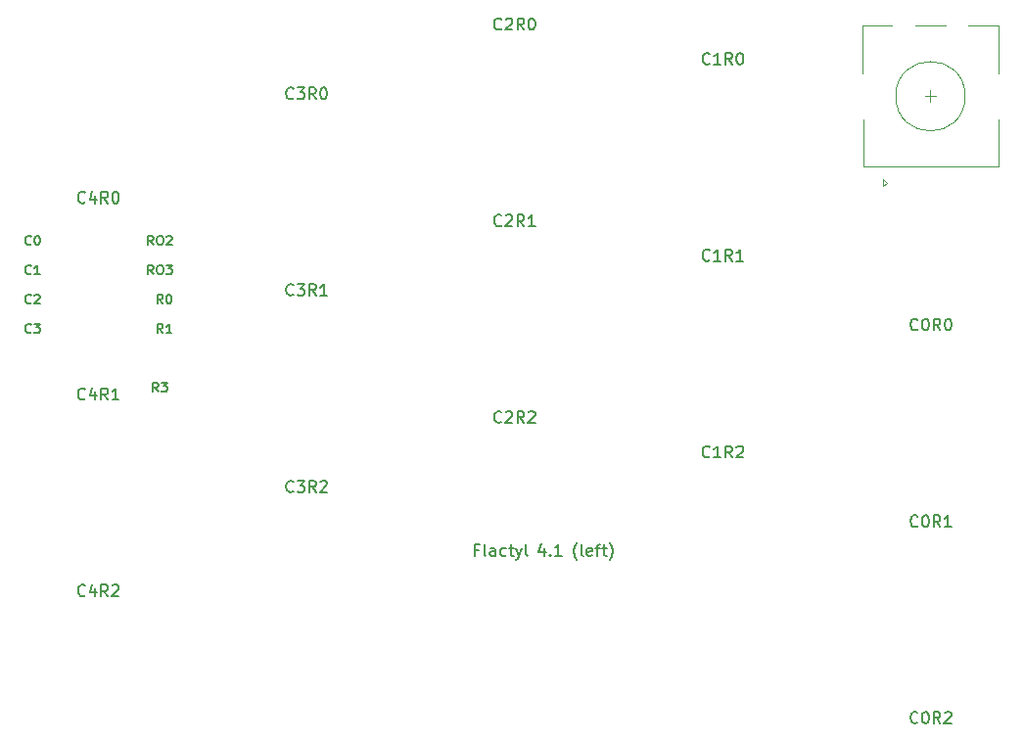
<source format=gbr>
%TF.GenerationSoftware,KiCad,Pcbnew,(7.0.0-0)*%
%TF.CreationDate,2023-02-22T17:52:08+08:00*%
%TF.ProjectId,right,72696768-742e-46b6-9963-61645f706362,v1.0.0*%
%TF.SameCoordinates,Original*%
%TF.FileFunction,Legend,Top*%
%TF.FilePolarity,Positive*%
%FSLAX46Y46*%
G04 Gerber Fmt 4.6, Leading zero omitted, Abs format (unit mm)*
G04 Created by KiCad (PCBNEW (7.0.0-0)) date 2023-02-22 17:52:08*
%MOMM*%
%LPD*%
G01*
G04 APERTURE LIST*
%ADD10C,0.150000*%
%ADD11C,0.120000*%
G04 APERTURE END LIST*
D10*
%TO.C,S1*%
X70857142Y19727857D02*
X70809523Y19680238D01*
X70809523Y19680238D02*
X70666666Y19632619D01*
X70666666Y19632619D02*
X70571428Y19632619D01*
X70571428Y19632619D02*
X70428571Y19680238D01*
X70428571Y19680238D02*
X70333333Y19775476D01*
X70333333Y19775476D02*
X70285714Y19870714D01*
X70285714Y19870714D02*
X70238095Y20061190D01*
X70238095Y20061190D02*
X70238095Y20204047D01*
X70238095Y20204047D02*
X70285714Y20394523D01*
X70285714Y20394523D02*
X70333333Y20489761D01*
X70333333Y20489761D02*
X70428571Y20585000D01*
X70428571Y20585000D02*
X70571428Y20632619D01*
X70571428Y20632619D02*
X70666666Y20632619D01*
X70666666Y20632619D02*
X70809523Y20585000D01*
X70809523Y20585000D02*
X70857142Y20537380D01*
X71476190Y20632619D02*
X71571428Y20632619D01*
X71571428Y20632619D02*
X71666666Y20585000D01*
X71666666Y20585000D02*
X71714285Y20537380D01*
X71714285Y20537380D02*
X71761904Y20442142D01*
X71761904Y20442142D02*
X71809523Y20251666D01*
X71809523Y20251666D02*
X71809523Y20013571D01*
X71809523Y20013571D02*
X71761904Y19823095D01*
X71761904Y19823095D02*
X71714285Y19727857D01*
X71714285Y19727857D02*
X71666666Y19680238D01*
X71666666Y19680238D02*
X71571428Y19632619D01*
X71571428Y19632619D02*
X71476190Y19632619D01*
X71476190Y19632619D02*
X71380952Y19680238D01*
X71380952Y19680238D02*
X71333333Y19727857D01*
X71333333Y19727857D02*
X71285714Y19823095D01*
X71285714Y19823095D02*
X71238095Y20013571D01*
X71238095Y20013571D02*
X71238095Y20251666D01*
X71238095Y20251666D02*
X71285714Y20442142D01*
X71285714Y20442142D02*
X71333333Y20537380D01*
X71333333Y20537380D02*
X71380952Y20585000D01*
X71380952Y20585000D02*
X71476190Y20632619D01*
X72809523Y19632619D02*
X72476190Y20108809D01*
X72238095Y19632619D02*
X72238095Y20632619D01*
X72238095Y20632619D02*
X72619047Y20632619D01*
X72619047Y20632619D02*
X72714285Y20585000D01*
X72714285Y20585000D02*
X72761904Y20537380D01*
X72761904Y20537380D02*
X72809523Y20442142D01*
X72809523Y20442142D02*
X72809523Y20299285D01*
X72809523Y20299285D02*
X72761904Y20204047D01*
X72761904Y20204047D02*
X72714285Y20156428D01*
X72714285Y20156428D02*
X72619047Y20108809D01*
X72619047Y20108809D02*
X72238095Y20108809D01*
X73428571Y20632619D02*
X73523809Y20632619D01*
X73523809Y20632619D02*
X73619047Y20585000D01*
X73619047Y20585000D02*
X73666666Y20537380D01*
X73666666Y20537380D02*
X73714285Y20442142D01*
X73714285Y20442142D02*
X73761904Y20251666D01*
X73761904Y20251666D02*
X73761904Y20013571D01*
X73761904Y20013571D02*
X73714285Y19823095D01*
X73714285Y19823095D02*
X73666666Y19727857D01*
X73666666Y19727857D02*
X73619047Y19680238D01*
X73619047Y19680238D02*
X73523809Y19632619D01*
X73523809Y19632619D02*
X73428571Y19632619D01*
X73428571Y19632619D02*
X73333333Y19680238D01*
X73333333Y19680238D02*
X73285714Y19727857D01*
X73285714Y19727857D02*
X73238095Y19823095D01*
X73238095Y19823095D02*
X73190476Y20013571D01*
X73190476Y20013571D02*
X73190476Y20251666D01*
X73190476Y20251666D02*
X73238095Y20442142D01*
X73238095Y20442142D02*
X73285714Y20537380D01*
X73285714Y20537380D02*
X73333333Y20585000D01*
X73333333Y20585000D02*
X73428571Y20632619D01*
%TO.C,S2*%
X70857142Y2727857D02*
X70809523Y2680238D01*
X70809523Y2680238D02*
X70666666Y2632619D01*
X70666666Y2632619D02*
X70571428Y2632619D01*
X70571428Y2632619D02*
X70428571Y2680238D01*
X70428571Y2680238D02*
X70333333Y2775476D01*
X70333333Y2775476D02*
X70285714Y2870714D01*
X70285714Y2870714D02*
X70238095Y3061190D01*
X70238095Y3061190D02*
X70238095Y3204047D01*
X70238095Y3204047D02*
X70285714Y3394523D01*
X70285714Y3394523D02*
X70333333Y3489761D01*
X70333333Y3489761D02*
X70428571Y3585000D01*
X70428571Y3585000D02*
X70571428Y3632619D01*
X70571428Y3632619D02*
X70666666Y3632619D01*
X70666666Y3632619D02*
X70809523Y3585000D01*
X70809523Y3585000D02*
X70857142Y3537380D01*
X71476190Y3632619D02*
X71571428Y3632619D01*
X71571428Y3632619D02*
X71666666Y3585000D01*
X71666666Y3585000D02*
X71714285Y3537380D01*
X71714285Y3537380D02*
X71761904Y3442142D01*
X71761904Y3442142D02*
X71809523Y3251666D01*
X71809523Y3251666D02*
X71809523Y3013571D01*
X71809523Y3013571D02*
X71761904Y2823095D01*
X71761904Y2823095D02*
X71714285Y2727857D01*
X71714285Y2727857D02*
X71666666Y2680238D01*
X71666666Y2680238D02*
X71571428Y2632619D01*
X71571428Y2632619D02*
X71476190Y2632619D01*
X71476190Y2632619D02*
X71380952Y2680238D01*
X71380952Y2680238D02*
X71333333Y2727857D01*
X71333333Y2727857D02*
X71285714Y2823095D01*
X71285714Y2823095D02*
X71238095Y3013571D01*
X71238095Y3013571D02*
X71238095Y3251666D01*
X71238095Y3251666D02*
X71285714Y3442142D01*
X71285714Y3442142D02*
X71333333Y3537380D01*
X71333333Y3537380D02*
X71380952Y3585000D01*
X71380952Y3585000D02*
X71476190Y3632619D01*
X72809523Y2632619D02*
X72476190Y3108809D01*
X72238095Y2632619D02*
X72238095Y3632619D01*
X72238095Y3632619D02*
X72619047Y3632619D01*
X72619047Y3632619D02*
X72714285Y3585000D01*
X72714285Y3585000D02*
X72761904Y3537380D01*
X72761904Y3537380D02*
X72809523Y3442142D01*
X72809523Y3442142D02*
X72809523Y3299285D01*
X72809523Y3299285D02*
X72761904Y3204047D01*
X72761904Y3204047D02*
X72714285Y3156428D01*
X72714285Y3156428D02*
X72619047Y3108809D01*
X72619047Y3108809D02*
X72238095Y3108809D01*
X73761904Y2632619D02*
X73190476Y2632619D01*
X73476190Y2632619D02*
X73476190Y3632619D01*
X73476190Y3632619D02*
X73380952Y3489761D01*
X73380952Y3489761D02*
X73285714Y3394523D01*
X73285714Y3394523D02*
X73190476Y3346904D01*
%TO.C,S3*%
X70857142Y-14272142D02*
X70809523Y-14319761D01*
X70809523Y-14319761D02*
X70666666Y-14367380D01*
X70666666Y-14367380D02*
X70571428Y-14367380D01*
X70571428Y-14367380D02*
X70428571Y-14319761D01*
X70428571Y-14319761D02*
X70333333Y-14224523D01*
X70333333Y-14224523D02*
X70285714Y-14129285D01*
X70285714Y-14129285D02*
X70238095Y-13938809D01*
X70238095Y-13938809D02*
X70238095Y-13795952D01*
X70238095Y-13795952D02*
X70285714Y-13605476D01*
X70285714Y-13605476D02*
X70333333Y-13510238D01*
X70333333Y-13510238D02*
X70428571Y-13415000D01*
X70428571Y-13415000D02*
X70571428Y-13367380D01*
X70571428Y-13367380D02*
X70666666Y-13367380D01*
X70666666Y-13367380D02*
X70809523Y-13415000D01*
X70809523Y-13415000D02*
X70857142Y-13462619D01*
X71476190Y-13367380D02*
X71571428Y-13367380D01*
X71571428Y-13367380D02*
X71666666Y-13415000D01*
X71666666Y-13415000D02*
X71714285Y-13462619D01*
X71714285Y-13462619D02*
X71761904Y-13557857D01*
X71761904Y-13557857D02*
X71809523Y-13748333D01*
X71809523Y-13748333D02*
X71809523Y-13986428D01*
X71809523Y-13986428D02*
X71761904Y-14176904D01*
X71761904Y-14176904D02*
X71714285Y-14272142D01*
X71714285Y-14272142D02*
X71666666Y-14319761D01*
X71666666Y-14319761D02*
X71571428Y-14367380D01*
X71571428Y-14367380D02*
X71476190Y-14367380D01*
X71476190Y-14367380D02*
X71380952Y-14319761D01*
X71380952Y-14319761D02*
X71333333Y-14272142D01*
X71333333Y-14272142D02*
X71285714Y-14176904D01*
X71285714Y-14176904D02*
X71238095Y-13986428D01*
X71238095Y-13986428D02*
X71238095Y-13748333D01*
X71238095Y-13748333D02*
X71285714Y-13557857D01*
X71285714Y-13557857D02*
X71333333Y-13462619D01*
X71333333Y-13462619D02*
X71380952Y-13415000D01*
X71380952Y-13415000D02*
X71476190Y-13367380D01*
X72809523Y-14367380D02*
X72476190Y-13891190D01*
X72238095Y-14367380D02*
X72238095Y-13367380D01*
X72238095Y-13367380D02*
X72619047Y-13367380D01*
X72619047Y-13367380D02*
X72714285Y-13415000D01*
X72714285Y-13415000D02*
X72761904Y-13462619D01*
X72761904Y-13462619D02*
X72809523Y-13557857D01*
X72809523Y-13557857D02*
X72809523Y-13700714D01*
X72809523Y-13700714D02*
X72761904Y-13795952D01*
X72761904Y-13795952D02*
X72714285Y-13843571D01*
X72714285Y-13843571D02*
X72619047Y-13891190D01*
X72619047Y-13891190D02*
X72238095Y-13891190D01*
X73190476Y-13462619D02*
X73238095Y-13415000D01*
X73238095Y-13415000D02*
X73333333Y-13367380D01*
X73333333Y-13367380D02*
X73571428Y-13367380D01*
X73571428Y-13367380D02*
X73666666Y-13415000D01*
X73666666Y-13415000D02*
X73714285Y-13462619D01*
X73714285Y-13462619D02*
X73761904Y-13557857D01*
X73761904Y-13557857D02*
X73761904Y-13653095D01*
X73761904Y-13653095D02*
X73714285Y-13795952D01*
X73714285Y-13795952D02*
X73142857Y-14367380D01*
X73142857Y-14367380D02*
X73761904Y-14367380D01*
%TO.C,S4*%
X52857142Y42727857D02*
X52809523Y42680238D01*
X52809523Y42680238D02*
X52666666Y42632619D01*
X52666666Y42632619D02*
X52571428Y42632619D01*
X52571428Y42632619D02*
X52428571Y42680238D01*
X52428571Y42680238D02*
X52333333Y42775476D01*
X52333333Y42775476D02*
X52285714Y42870714D01*
X52285714Y42870714D02*
X52238095Y43061190D01*
X52238095Y43061190D02*
X52238095Y43204047D01*
X52238095Y43204047D02*
X52285714Y43394523D01*
X52285714Y43394523D02*
X52333333Y43489761D01*
X52333333Y43489761D02*
X52428571Y43585000D01*
X52428571Y43585000D02*
X52571428Y43632619D01*
X52571428Y43632619D02*
X52666666Y43632619D01*
X52666666Y43632619D02*
X52809523Y43585000D01*
X52809523Y43585000D02*
X52857142Y43537380D01*
X53809523Y42632619D02*
X53238095Y42632619D01*
X53523809Y42632619D02*
X53523809Y43632619D01*
X53523809Y43632619D02*
X53428571Y43489761D01*
X53428571Y43489761D02*
X53333333Y43394523D01*
X53333333Y43394523D02*
X53238095Y43346904D01*
X54809523Y42632619D02*
X54476190Y43108809D01*
X54238095Y42632619D02*
X54238095Y43632619D01*
X54238095Y43632619D02*
X54619047Y43632619D01*
X54619047Y43632619D02*
X54714285Y43585000D01*
X54714285Y43585000D02*
X54761904Y43537380D01*
X54761904Y43537380D02*
X54809523Y43442142D01*
X54809523Y43442142D02*
X54809523Y43299285D01*
X54809523Y43299285D02*
X54761904Y43204047D01*
X54761904Y43204047D02*
X54714285Y43156428D01*
X54714285Y43156428D02*
X54619047Y43108809D01*
X54619047Y43108809D02*
X54238095Y43108809D01*
X55428571Y43632619D02*
X55523809Y43632619D01*
X55523809Y43632619D02*
X55619047Y43585000D01*
X55619047Y43585000D02*
X55666666Y43537380D01*
X55666666Y43537380D02*
X55714285Y43442142D01*
X55714285Y43442142D02*
X55761904Y43251666D01*
X55761904Y43251666D02*
X55761904Y43013571D01*
X55761904Y43013571D02*
X55714285Y42823095D01*
X55714285Y42823095D02*
X55666666Y42727857D01*
X55666666Y42727857D02*
X55619047Y42680238D01*
X55619047Y42680238D02*
X55523809Y42632619D01*
X55523809Y42632619D02*
X55428571Y42632619D01*
X55428571Y42632619D02*
X55333333Y42680238D01*
X55333333Y42680238D02*
X55285714Y42727857D01*
X55285714Y42727857D02*
X55238095Y42823095D01*
X55238095Y42823095D02*
X55190476Y43013571D01*
X55190476Y43013571D02*
X55190476Y43251666D01*
X55190476Y43251666D02*
X55238095Y43442142D01*
X55238095Y43442142D02*
X55285714Y43537380D01*
X55285714Y43537380D02*
X55333333Y43585000D01*
X55333333Y43585000D02*
X55428571Y43632619D01*
%TO.C,S5*%
X52857142Y25727857D02*
X52809523Y25680238D01*
X52809523Y25680238D02*
X52666666Y25632619D01*
X52666666Y25632619D02*
X52571428Y25632619D01*
X52571428Y25632619D02*
X52428571Y25680238D01*
X52428571Y25680238D02*
X52333333Y25775476D01*
X52333333Y25775476D02*
X52285714Y25870714D01*
X52285714Y25870714D02*
X52238095Y26061190D01*
X52238095Y26061190D02*
X52238095Y26204047D01*
X52238095Y26204047D02*
X52285714Y26394523D01*
X52285714Y26394523D02*
X52333333Y26489761D01*
X52333333Y26489761D02*
X52428571Y26585000D01*
X52428571Y26585000D02*
X52571428Y26632619D01*
X52571428Y26632619D02*
X52666666Y26632619D01*
X52666666Y26632619D02*
X52809523Y26585000D01*
X52809523Y26585000D02*
X52857142Y26537380D01*
X53809523Y25632619D02*
X53238095Y25632619D01*
X53523809Y25632619D02*
X53523809Y26632619D01*
X53523809Y26632619D02*
X53428571Y26489761D01*
X53428571Y26489761D02*
X53333333Y26394523D01*
X53333333Y26394523D02*
X53238095Y26346904D01*
X54809523Y25632619D02*
X54476190Y26108809D01*
X54238095Y25632619D02*
X54238095Y26632619D01*
X54238095Y26632619D02*
X54619047Y26632619D01*
X54619047Y26632619D02*
X54714285Y26585000D01*
X54714285Y26585000D02*
X54761904Y26537380D01*
X54761904Y26537380D02*
X54809523Y26442142D01*
X54809523Y26442142D02*
X54809523Y26299285D01*
X54809523Y26299285D02*
X54761904Y26204047D01*
X54761904Y26204047D02*
X54714285Y26156428D01*
X54714285Y26156428D02*
X54619047Y26108809D01*
X54619047Y26108809D02*
X54238095Y26108809D01*
X55761904Y25632619D02*
X55190476Y25632619D01*
X55476190Y25632619D02*
X55476190Y26632619D01*
X55476190Y26632619D02*
X55380952Y26489761D01*
X55380952Y26489761D02*
X55285714Y26394523D01*
X55285714Y26394523D02*
X55190476Y26346904D01*
%TO.C,S6*%
X52857142Y8727857D02*
X52809523Y8680238D01*
X52809523Y8680238D02*
X52666666Y8632619D01*
X52666666Y8632619D02*
X52571428Y8632619D01*
X52571428Y8632619D02*
X52428571Y8680238D01*
X52428571Y8680238D02*
X52333333Y8775476D01*
X52333333Y8775476D02*
X52285714Y8870714D01*
X52285714Y8870714D02*
X52238095Y9061190D01*
X52238095Y9061190D02*
X52238095Y9204047D01*
X52238095Y9204047D02*
X52285714Y9394523D01*
X52285714Y9394523D02*
X52333333Y9489761D01*
X52333333Y9489761D02*
X52428571Y9585000D01*
X52428571Y9585000D02*
X52571428Y9632619D01*
X52571428Y9632619D02*
X52666666Y9632619D01*
X52666666Y9632619D02*
X52809523Y9585000D01*
X52809523Y9585000D02*
X52857142Y9537380D01*
X53809523Y8632619D02*
X53238095Y8632619D01*
X53523809Y8632619D02*
X53523809Y9632619D01*
X53523809Y9632619D02*
X53428571Y9489761D01*
X53428571Y9489761D02*
X53333333Y9394523D01*
X53333333Y9394523D02*
X53238095Y9346904D01*
X54809523Y8632619D02*
X54476190Y9108809D01*
X54238095Y8632619D02*
X54238095Y9632619D01*
X54238095Y9632619D02*
X54619047Y9632619D01*
X54619047Y9632619D02*
X54714285Y9585000D01*
X54714285Y9585000D02*
X54761904Y9537380D01*
X54761904Y9537380D02*
X54809523Y9442142D01*
X54809523Y9442142D02*
X54809523Y9299285D01*
X54809523Y9299285D02*
X54761904Y9204047D01*
X54761904Y9204047D02*
X54714285Y9156428D01*
X54714285Y9156428D02*
X54619047Y9108809D01*
X54619047Y9108809D02*
X54238095Y9108809D01*
X55190476Y9537380D02*
X55238095Y9585000D01*
X55238095Y9585000D02*
X55333333Y9632619D01*
X55333333Y9632619D02*
X55571428Y9632619D01*
X55571428Y9632619D02*
X55666666Y9585000D01*
X55666666Y9585000D02*
X55714285Y9537380D01*
X55714285Y9537380D02*
X55761904Y9442142D01*
X55761904Y9442142D02*
X55761904Y9346904D01*
X55761904Y9346904D02*
X55714285Y9204047D01*
X55714285Y9204047D02*
X55142857Y8632619D01*
X55142857Y8632619D02*
X55761904Y8632619D01*
%TO.C,S7*%
X34857142Y45727857D02*
X34809523Y45680238D01*
X34809523Y45680238D02*
X34666666Y45632619D01*
X34666666Y45632619D02*
X34571428Y45632619D01*
X34571428Y45632619D02*
X34428571Y45680238D01*
X34428571Y45680238D02*
X34333333Y45775476D01*
X34333333Y45775476D02*
X34285714Y45870714D01*
X34285714Y45870714D02*
X34238095Y46061190D01*
X34238095Y46061190D02*
X34238095Y46204047D01*
X34238095Y46204047D02*
X34285714Y46394523D01*
X34285714Y46394523D02*
X34333333Y46489761D01*
X34333333Y46489761D02*
X34428571Y46585000D01*
X34428571Y46585000D02*
X34571428Y46632619D01*
X34571428Y46632619D02*
X34666666Y46632619D01*
X34666666Y46632619D02*
X34809523Y46585000D01*
X34809523Y46585000D02*
X34857142Y46537380D01*
X35238095Y46537380D02*
X35285714Y46585000D01*
X35285714Y46585000D02*
X35380952Y46632619D01*
X35380952Y46632619D02*
X35619047Y46632619D01*
X35619047Y46632619D02*
X35714285Y46585000D01*
X35714285Y46585000D02*
X35761904Y46537380D01*
X35761904Y46537380D02*
X35809523Y46442142D01*
X35809523Y46442142D02*
X35809523Y46346904D01*
X35809523Y46346904D02*
X35761904Y46204047D01*
X35761904Y46204047D02*
X35190476Y45632619D01*
X35190476Y45632619D02*
X35809523Y45632619D01*
X36809523Y45632619D02*
X36476190Y46108809D01*
X36238095Y45632619D02*
X36238095Y46632619D01*
X36238095Y46632619D02*
X36619047Y46632619D01*
X36619047Y46632619D02*
X36714285Y46585000D01*
X36714285Y46585000D02*
X36761904Y46537380D01*
X36761904Y46537380D02*
X36809523Y46442142D01*
X36809523Y46442142D02*
X36809523Y46299285D01*
X36809523Y46299285D02*
X36761904Y46204047D01*
X36761904Y46204047D02*
X36714285Y46156428D01*
X36714285Y46156428D02*
X36619047Y46108809D01*
X36619047Y46108809D02*
X36238095Y46108809D01*
X37428571Y46632619D02*
X37523809Y46632619D01*
X37523809Y46632619D02*
X37619047Y46585000D01*
X37619047Y46585000D02*
X37666666Y46537380D01*
X37666666Y46537380D02*
X37714285Y46442142D01*
X37714285Y46442142D02*
X37761904Y46251666D01*
X37761904Y46251666D02*
X37761904Y46013571D01*
X37761904Y46013571D02*
X37714285Y45823095D01*
X37714285Y45823095D02*
X37666666Y45727857D01*
X37666666Y45727857D02*
X37619047Y45680238D01*
X37619047Y45680238D02*
X37523809Y45632619D01*
X37523809Y45632619D02*
X37428571Y45632619D01*
X37428571Y45632619D02*
X37333333Y45680238D01*
X37333333Y45680238D02*
X37285714Y45727857D01*
X37285714Y45727857D02*
X37238095Y45823095D01*
X37238095Y45823095D02*
X37190476Y46013571D01*
X37190476Y46013571D02*
X37190476Y46251666D01*
X37190476Y46251666D02*
X37238095Y46442142D01*
X37238095Y46442142D02*
X37285714Y46537380D01*
X37285714Y46537380D02*
X37333333Y46585000D01*
X37333333Y46585000D02*
X37428571Y46632619D01*
%TO.C,S8*%
X34857142Y28727857D02*
X34809523Y28680238D01*
X34809523Y28680238D02*
X34666666Y28632619D01*
X34666666Y28632619D02*
X34571428Y28632619D01*
X34571428Y28632619D02*
X34428571Y28680238D01*
X34428571Y28680238D02*
X34333333Y28775476D01*
X34333333Y28775476D02*
X34285714Y28870714D01*
X34285714Y28870714D02*
X34238095Y29061190D01*
X34238095Y29061190D02*
X34238095Y29204047D01*
X34238095Y29204047D02*
X34285714Y29394523D01*
X34285714Y29394523D02*
X34333333Y29489761D01*
X34333333Y29489761D02*
X34428571Y29585000D01*
X34428571Y29585000D02*
X34571428Y29632619D01*
X34571428Y29632619D02*
X34666666Y29632619D01*
X34666666Y29632619D02*
X34809523Y29585000D01*
X34809523Y29585000D02*
X34857142Y29537380D01*
X35238095Y29537380D02*
X35285714Y29585000D01*
X35285714Y29585000D02*
X35380952Y29632619D01*
X35380952Y29632619D02*
X35619047Y29632619D01*
X35619047Y29632619D02*
X35714285Y29585000D01*
X35714285Y29585000D02*
X35761904Y29537380D01*
X35761904Y29537380D02*
X35809523Y29442142D01*
X35809523Y29442142D02*
X35809523Y29346904D01*
X35809523Y29346904D02*
X35761904Y29204047D01*
X35761904Y29204047D02*
X35190476Y28632619D01*
X35190476Y28632619D02*
X35809523Y28632619D01*
X36809523Y28632619D02*
X36476190Y29108809D01*
X36238095Y28632619D02*
X36238095Y29632619D01*
X36238095Y29632619D02*
X36619047Y29632619D01*
X36619047Y29632619D02*
X36714285Y29585000D01*
X36714285Y29585000D02*
X36761904Y29537380D01*
X36761904Y29537380D02*
X36809523Y29442142D01*
X36809523Y29442142D02*
X36809523Y29299285D01*
X36809523Y29299285D02*
X36761904Y29204047D01*
X36761904Y29204047D02*
X36714285Y29156428D01*
X36714285Y29156428D02*
X36619047Y29108809D01*
X36619047Y29108809D02*
X36238095Y29108809D01*
X37761904Y28632619D02*
X37190476Y28632619D01*
X37476190Y28632619D02*
X37476190Y29632619D01*
X37476190Y29632619D02*
X37380952Y29489761D01*
X37380952Y29489761D02*
X37285714Y29394523D01*
X37285714Y29394523D02*
X37190476Y29346904D01*
%TO.C,S9*%
X34857142Y11727857D02*
X34809523Y11680238D01*
X34809523Y11680238D02*
X34666666Y11632619D01*
X34666666Y11632619D02*
X34571428Y11632619D01*
X34571428Y11632619D02*
X34428571Y11680238D01*
X34428571Y11680238D02*
X34333333Y11775476D01*
X34333333Y11775476D02*
X34285714Y11870714D01*
X34285714Y11870714D02*
X34238095Y12061190D01*
X34238095Y12061190D02*
X34238095Y12204047D01*
X34238095Y12204047D02*
X34285714Y12394523D01*
X34285714Y12394523D02*
X34333333Y12489761D01*
X34333333Y12489761D02*
X34428571Y12585000D01*
X34428571Y12585000D02*
X34571428Y12632619D01*
X34571428Y12632619D02*
X34666666Y12632619D01*
X34666666Y12632619D02*
X34809523Y12585000D01*
X34809523Y12585000D02*
X34857142Y12537380D01*
X35238095Y12537380D02*
X35285714Y12585000D01*
X35285714Y12585000D02*
X35380952Y12632619D01*
X35380952Y12632619D02*
X35619047Y12632619D01*
X35619047Y12632619D02*
X35714285Y12585000D01*
X35714285Y12585000D02*
X35761904Y12537380D01*
X35761904Y12537380D02*
X35809523Y12442142D01*
X35809523Y12442142D02*
X35809523Y12346904D01*
X35809523Y12346904D02*
X35761904Y12204047D01*
X35761904Y12204047D02*
X35190476Y11632619D01*
X35190476Y11632619D02*
X35809523Y11632619D01*
X36809523Y11632619D02*
X36476190Y12108809D01*
X36238095Y11632619D02*
X36238095Y12632619D01*
X36238095Y12632619D02*
X36619047Y12632619D01*
X36619047Y12632619D02*
X36714285Y12585000D01*
X36714285Y12585000D02*
X36761904Y12537380D01*
X36761904Y12537380D02*
X36809523Y12442142D01*
X36809523Y12442142D02*
X36809523Y12299285D01*
X36809523Y12299285D02*
X36761904Y12204047D01*
X36761904Y12204047D02*
X36714285Y12156428D01*
X36714285Y12156428D02*
X36619047Y12108809D01*
X36619047Y12108809D02*
X36238095Y12108809D01*
X37190476Y12537380D02*
X37238095Y12585000D01*
X37238095Y12585000D02*
X37333333Y12632619D01*
X37333333Y12632619D02*
X37571428Y12632619D01*
X37571428Y12632619D02*
X37666666Y12585000D01*
X37666666Y12585000D02*
X37714285Y12537380D01*
X37714285Y12537380D02*
X37761904Y12442142D01*
X37761904Y12442142D02*
X37761904Y12346904D01*
X37761904Y12346904D02*
X37714285Y12204047D01*
X37714285Y12204047D02*
X37142857Y11632619D01*
X37142857Y11632619D02*
X37761904Y11632619D01*
%TO.C,S10*%
X16857142Y39727857D02*
X16809523Y39680238D01*
X16809523Y39680238D02*
X16666666Y39632619D01*
X16666666Y39632619D02*
X16571428Y39632619D01*
X16571428Y39632619D02*
X16428571Y39680238D01*
X16428571Y39680238D02*
X16333333Y39775476D01*
X16333333Y39775476D02*
X16285714Y39870714D01*
X16285714Y39870714D02*
X16238095Y40061190D01*
X16238095Y40061190D02*
X16238095Y40204047D01*
X16238095Y40204047D02*
X16285714Y40394523D01*
X16285714Y40394523D02*
X16333333Y40489761D01*
X16333333Y40489761D02*
X16428571Y40585000D01*
X16428571Y40585000D02*
X16571428Y40632619D01*
X16571428Y40632619D02*
X16666666Y40632619D01*
X16666666Y40632619D02*
X16809523Y40585000D01*
X16809523Y40585000D02*
X16857142Y40537380D01*
X17190476Y40632619D02*
X17809523Y40632619D01*
X17809523Y40632619D02*
X17476190Y40251666D01*
X17476190Y40251666D02*
X17619047Y40251666D01*
X17619047Y40251666D02*
X17714285Y40204047D01*
X17714285Y40204047D02*
X17761904Y40156428D01*
X17761904Y40156428D02*
X17809523Y40061190D01*
X17809523Y40061190D02*
X17809523Y39823095D01*
X17809523Y39823095D02*
X17761904Y39727857D01*
X17761904Y39727857D02*
X17714285Y39680238D01*
X17714285Y39680238D02*
X17619047Y39632619D01*
X17619047Y39632619D02*
X17333333Y39632619D01*
X17333333Y39632619D02*
X17238095Y39680238D01*
X17238095Y39680238D02*
X17190476Y39727857D01*
X18809523Y39632619D02*
X18476190Y40108809D01*
X18238095Y39632619D02*
X18238095Y40632619D01*
X18238095Y40632619D02*
X18619047Y40632619D01*
X18619047Y40632619D02*
X18714285Y40585000D01*
X18714285Y40585000D02*
X18761904Y40537380D01*
X18761904Y40537380D02*
X18809523Y40442142D01*
X18809523Y40442142D02*
X18809523Y40299285D01*
X18809523Y40299285D02*
X18761904Y40204047D01*
X18761904Y40204047D02*
X18714285Y40156428D01*
X18714285Y40156428D02*
X18619047Y40108809D01*
X18619047Y40108809D02*
X18238095Y40108809D01*
X19428571Y40632619D02*
X19523809Y40632619D01*
X19523809Y40632619D02*
X19619047Y40585000D01*
X19619047Y40585000D02*
X19666666Y40537380D01*
X19666666Y40537380D02*
X19714285Y40442142D01*
X19714285Y40442142D02*
X19761904Y40251666D01*
X19761904Y40251666D02*
X19761904Y40013571D01*
X19761904Y40013571D02*
X19714285Y39823095D01*
X19714285Y39823095D02*
X19666666Y39727857D01*
X19666666Y39727857D02*
X19619047Y39680238D01*
X19619047Y39680238D02*
X19523809Y39632619D01*
X19523809Y39632619D02*
X19428571Y39632619D01*
X19428571Y39632619D02*
X19333333Y39680238D01*
X19333333Y39680238D02*
X19285714Y39727857D01*
X19285714Y39727857D02*
X19238095Y39823095D01*
X19238095Y39823095D02*
X19190476Y40013571D01*
X19190476Y40013571D02*
X19190476Y40251666D01*
X19190476Y40251666D02*
X19238095Y40442142D01*
X19238095Y40442142D02*
X19285714Y40537380D01*
X19285714Y40537380D02*
X19333333Y40585000D01*
X19333333Y40585000D02*
X19428571Y40632619D01*
%TO.C,S11*%
X16857142Y22727857D02*
X16809523Y22680238D01*
X16809523Y22680238D02*
X16666666Y22632619D01*
X16666666Y22632619D02*
X16571428Y22632619D01*
X16571428Y22632619D02*
X16428571Y22680238D01*
X16428571Y22680238D02*
X16333333Y22775476D01*
X16333333Y22775476D02*
X16285714Y22870714D01*
X16285714Y22870714D02*
X16238095Y23061190D01*
X16238095Y23061190D02*
X16238095Y23204047D01*
X16238095Y23204047D02*
X16285714Y23394523D01*
X16285714Y23394523D02*
X16333333Y23489761D01*
X16333333Y23489761D02*
X16428571Y23585000D01*
X16428571Y23585000D02*
X16571428Y23632619D01*
X16571428Y23632619D02*
X16666666Y23632619D01*
X16666666Y23632619D02*
X16809523Y23585000D01*
X16809523Y23585000D02*
X16857142Y23537380D01*
X17190476Y23632619D02*
X17809523Y23632619D01*
X17809523Y23632619D02*
X17476190Y23251666D01*
X17476190Y23251666D02*
X17619047Y23251666D01*
X17619047Y23251666D02*
X17714285Y23204047D01*
X17714285Y23204047D02*
X17761904Y23156428D01*
X17761904Y23156428D02*
X17809523Y23061190D01*
X17809523Y23061190D02*
X17809523Y22823095D01*
X17809523Y22823095D02*
X17761904Y22727857D01*
X17761904Y22727857D02*
X17714285Y22680238D01*
X17714285Y22680238D02*
X17619047Y22632619D01*
X17619047Y22632619D02*
X17333333Y22632619D01*
X17333333Y22632619D02*
X17238095Y22680238D01*
X17238095Y22680238D02*
X17190476Y22727857D01*
X18809523Y22632619D02*
X18476190Y23108809D01*
X18238095Y22632619D02*
X18238095Y23632619D01*
X18238095Y23632619D02*
X18619047Y23632619D01*
X18619047Y23632619D02*
X18714285Y23585000D01*
X18714285Y23585000D02*
X18761904Y23537380D01*
X18761904Y23537380D02*
X18809523Y23442142D01*
X18809523Y23442142D02*
X18809523Y23299285D01*
X18809523Y23299285D02*
X18761904Y23204047D01*
X18761904Y23204047D02*
X18714285Y23156428D01*
X18714285Y23156428D02*
X18619047Y23108809D01*
X18619047Y23108809D02*
X18238095Y23108809D01*
X19761904Y22632619D02*
X19190476Y22632619D01*
X19476190Y22632619D02*
X19476190Y23632619D01*
X19476190Y23632619D02*
X19380952Y23489761D01*
X19380952Y23489761D02*
X19285714Y23394523D01*
X19285714Y23394523D02*
X19190476Y23346904D01*
%TO.C,S12*%
X16857142Y5727857D02*
X16809523Y5680238D01*
X16809523Y5680238D02*
X16666666Y5632619D01*
X16666666Y5632619D02*
X16571428Y5632619D01*
X16571428Y5632619D02*
X16428571Y5680238D01*
X16428571Y5680238D02*
X16333333Y5775476D01*
X16333333Y5775476D02*
X16285714Y5870714D01*
X16285714Y5870714D02*
X16238095Y6061190D01*
X16238095Y6061190D02*
X16238095Y6204047D01*
X16238095Y6204047D02*
X16285714Y6394523D01*
X16285714Y6394523D02*
X16333333Y6489761D01*
X16333333Y6489761D02*
X16428571Y6585000D01*
X16428571Y6585000D02*
X16571428Y6632619D01*
X16571428Y6632619D02*
X16666666Y6632619D01*
X16666666Y6632619D02*
X16809523Y6585000D01*
X16809523Y6585000D02*
X16857142Y6537380D01*
X17190476Y6632619D02*
X17809523Y6632619D01*
X17809523Y6632619D02*
X17476190Y6251666D01*
X17476190Y6251666D02*
X17619047Y6251666D01*
X17619047Y6251666D02*
X17714285Y6204047D01*
X17714285Y6204047D02*
X17761904Y6156428D01*
X17761904Y6156428D02*
X17809523Y6061190D01*
X17809523Y6061190D02*
X17809523Y5823095D01*
X17809523Y5823095D02*
X17761904Y5727857D01*
X17761904Y5727857D02*
X17714285Y5680238D01*
X17714285Y5680238D02*
X17619047Y5632619D01*
X17619047Y5632619D02*
X17333333Y5632619D01*
X17333333Y5632619D02*
X17238095Y5680238D01*
X17238095Y5680238D02*
X17190476Y5727857D01*
X18809523Y5632619D02*
X18476190Y6108809D01*
X18238095Y5632619D02*
X18238095Y6632619D01*
X18238095Y6632619D02*
X18619047Y6632619D01*
X18619047Y6632619D02*
X18714285Y6585000D01*
X18714285Y6585000D02*
X18761904Y6537380D01*
X18761904Y6537380D02*
X18809523Y6442142D01*
X18809523Y6442142D02*
X18809523Y6299285D01*
X18809523Y6299285D02*
X18761904Y6204047D01*
X18761904Y6204047D02*
X18714285Y6156428D01*
X18714285Y6156428D02*
X18619047Y6108809D01*
X18619047Y6108809D02*
X18238095Y6108809D01*
X19190476Y6537380D02*
X19238095Y6585000D01*
X19238095Y6585000D02*
X19333333Y6632619D01*
X19333333Y6632619D02*
X19571428Y6632619D01*
X19571428Y6632619D02*
X19666666Y6585000D01*
X19666666Y6585000D02*
X19714285Y6537380D01*
X19714285Y6537380D02*
X19761904Y6442142D01*
X19761904Y6442142D02*
X19761904Y6346904D01*
X19761904Y6346904D02*
X19714285Y6204047D01*
X19714285Y6204047D02*
X19142857Y5632619D01*
X19142857Y5632619D02*
X19761904Y5632619D01*
%TO.C,S13*%
X-1142857Y30727857D02*
X-1190476Y30680238D01*
X-1190476Y30680238D02*
X-1333333Y30632619D01*
X-1333333Y30632619D02*
X-1428571Y30632619D01*
X-1428571Y30632619D02*
X-1571428Y30680238D01*
X-1571428Y30680238D02*
X-1666666Y30775476D01*
X-1666666Y30775476D02*
X-1714285Y30870714D01*
X-1714285Y30870714D02*
X-1761904Y31061190D01*
X-1761904Y31061190D02*
X-1761904Y31204047D01*
X-1761904Y31204047D02*
X-1714285Y31394523D01*
X-1714285Y31394523D02*
X-1666666Y31489761D01*
X-1666666Y31489761D02*
X-1571428Y31585000D01*
X-1571428Y31585000D02*
X-1428571Y31632619D01*
X-1428571Y31632619D02*
X-1333333Y31632619D01*
X-1333333Y31632619D02*
X-1190476Y31585000D01*
X-1190476Y31585000D02*
X-1142857Y31537380D01*
X-285714Y31299285D02*
X-285714Y30632619D01*
X-523809Y31680238D02*
X-761904Y30965952D01*
X-761904Y30965952D02*
X-142857Y30965952D01*
X809523Y30632619D02*
X476190Y31108809D01*
X238095Y30632619D02*
X238095Y31632619D01*
X238095Y31632619D02*
X619047Y31632619D01*
X619047Y31632619D02*
X714285Y31585000D01*
X714285Y31585000D02*
X761904Y31537380D01*
X761904Y31537380D02*
X809523Y31442142D01*
X809523Y31442142D02*
X809523Y31299285D01*
X809523Y31299285D02*
X761904Y31204047D01*
X761904Y31204047D02*
X714285Y31156428D01*
X714285Y31156428D02*
X619047Y31108809D01*
X619047Y31108809D02*
X238095Y31108809D01*
X1428571Y31632619D02*
X1523809Y31632619D01*
X1523809Y31632619D02*
X1619047Y31585000D01*
X1619047Y31585000D02*
X1666666Y31537380D01*
X1666666Y31537380D02*
X1714285Y31442142D01*
X1714285Y31442142D02*
X1761904Y31251666D01*
X1761904Y31251666D02*
X1761904Y31013571D01*
X1761904Y31013571D02*
X1714285Y30823095D01*
X1714285Y30823095D02*
X1666666Y30727857D01*
X1666666Y30727857D02*
X1619047Y30680238D01*
X1619047Y30680238D02*
X1523809Y30632619D01*
X1523809Y30632619D02*
X1428571Y30632619D01*
X1428571Y30632619D02*
X1333333Y30680238D01*
X1333333Y30680238D02*
X1285714Y30727857D01*
X1285714Y30727857D02*
X1238095Y30823095D01*
X1238095Y30823095D02*
X1190476Y31013571D01*
X1190476Y31013571D02*
X1190476Y31251666D01*
X1190476Y31251666D02*
X1238095Y31442142D01*
X1238095Y31442142D02*
X1285714Y31537380D01*
X1285714Y31537380D02*
X1333333Y31585000D01*
X1333333Y31585000D02*
X1428571Y31632619D01*
%TO.C,S14*%
X-1142857Y13727857D02*
X-1190476Y13680238D01*
X-1190476Y13680238D02*
X-1333333Y13632619D01*
X-1333333Y13632619D02*
X-1428571Y13632619D01*
X-1428571Y13632619D02*
X-1571428Y13680238D01*
X-1571428Y13680238D02*
X-1666666Y13775476D01*
X-1666666Y13775476D02*
X-1714285Y13870714D01*
X-1714285Y13870714D02*
X-1761904Y14061190D01*
X-1761904Y14061190D02*
X-1761904Y14204047D01*
X-1761904Y14204047D02*
X-1714285Y14394523D01*
X-1714285Y14394523D02*
X-1666666Y14489761D01*
X-1666666Y14489761D02*
X-1571428Y14585000D01*
X-1571428Y14585000D02*
X-1428571Y14632619D01*
X-1428571Y14632619D02*
X-1333333Y14632619D01*
X-1333333Y14632619D02*
X-1190476Y14585000D01*
X-1190476Y14585000D02*
X-1142857Y14537380D01*
X-285714Y14299285D02*
X-285714Y13632619D01*
X-523809Y14680238D02*
X-761904Y13965952D01*
X-761904Y13965952D02*
X-142857Y13965952D01*
X809523Y13632619D02*
X476190Y14108809D01*
X238095Y13632619D02*
X238095Y14632619D01*
X238095Y14632619D02*
X619047Y14632619D01*
X619047Y14632619D02*
X714285Y14585000D01*
X714285Y14585000D02*
X761904Y14537380D01*
X761904Y14537380D02*
X809523Y14442142D01*
X809523Y14442142D02*
X809523Y14299285D01*
X809523Y14299285D02*
X761904Y14204047D01*
X761904Y14204047D02*
X714285Y14156428D01*
X714285Y14156428D02*
X619047Y14108809D01*
X619047Y14108809D02*
X238095Y14108809D01*
X1761904Y13632619D02*
X1190476Y13632619D01*
X1476190Y13632619D02*
X1476190Y14632619D01*
X1476190Y14632619D02*
X1380952Y14489761D01*
X1380952Y14489761D02*
X1285714Y14394523D01*
X1285714Y14394523D02*
X1190476Y14346904D01*
%TO.C,S15*%
X-1142857Y-3272142D02*
X-1190476Y-3319761D01*
X-1190476Y-3319761D02*
X-1333333Y-3367380D01*
X-1333333Y-3367380D02*
X-1428571Y-3367380D01*
X-1428571Y-3367380D02*
X-1571428Y-3319761D01*
X-1571428Y-3319761D02*
X-1666666Y-3224523D01*
X-1666666Y-3224523D02*
X-1714285Y-3129285D01*
X-1714285Y-3129285D02*
X-1761904Y-2938809D01*
X-1761904Y-2938809D02*
X-1761904Y-2795952D01*
X-1761904Y-2795952D02*
X-1714285Y-2605476D01*
X-1714285Y-2605476D02*
X-1666666Y-2510238D01*
X-1666666Y-2510238D02*
X-1571428Y-2415000D01*
X-1571428Y-2415000D02*
X-1428571Y-2367380D01*
X-1428571Y-2367380D02*
X-1333333Y-2367380D01*
X-1333333Y-2367380D02*
X-1190476Y-2415000D01*
X-1190476Y-2415000D02*
X-1142857Y-2462619D01*
X-285714Y-2700714D02*
X-285714Y-3367380D01*
X-523809Y-2319761D02*
X-761904Y-3034047D01*
X-761904Y-3034047D02*
X-142857Y-3034047D01*
X809523Y-3367380D02*
X476190Y-2891190D01*
X238095Y-3367380D02*
X238095Y-2367380D01*
X238095Y-2367380D02*
X619047Y-2367380D01*
X619047Y-2367380D02*
X714285Y-2415000D01*
X714285Y-2415000D02*
X761904Y-2462619D01*
X761904Y-2462619D02*
X809523Y-2557857D01*
X809523Y-2557857D02*
X809523Y-2700714D01*
X809523Y-2700714D02*
X761904Y-2795952D01*
X761904Y-2795952D02*
X714285Y-2843571D01*
X714285Y-2843571D02*
X619047Y-2891190D01*
X619047Y-2891190D02*
X238095Y-2891190D01*
X1190476Y-2462619D02*
X1238095Y-2415000D01*
X1238095Y-2415000D02*
X1333333Y-2367380D01*
X1333333Y-2367380D02*
X1571428Y-2367380D01*
X1571428Y-2367380D02*
X1666666Y-2415000D01*
X1666666Y-2415000D02*
X1714285Y-2462619D01*
X1714285Y-2462619D02*
X1761904Y-2557857D01*
X1761904Y-2557857D02*
X1761904Y-2653095D01*
X1761904Y-2653095D02*
X1714285Y-2795952D01*
X1714285Y-2795952D02*
X1142857Y-3367380D01*
X1142857Y-3367380D02*
X1761904Y-3367380D01*
%TO.C,MCU1*%
X-5833332Y27092285D02*
X-5871428Y27054190D01*
X-5871428Y27054190D02*
X-5985713Y27016095D01*
X-5985713Y27016095D02*
X-6061904Y27016095D01*
X-6061904Y27016095D02*
X-6176190Y27054190D01*
X-6176190Y27054190D02*
X-6252380Y27130380D01*
X-6252380Y27130380D02*
X-6290475Y27206571D01*
X-6290475Y27206571D02*
X-6328571Y27358952D01*
X-6328571Y27358952D02*
X-6328571Y27473238D01*
X-6328571Y27473238D02*
X-6290475Y27625619D01*
X-6290475Y27625619D02*
X-6252380Y27701809D01*
X-6252380Y27701809D02*
X-6176190Y27778000D01*
X-6176190Y27778000D02*
X-6061904Y27816095D01*
X-6061904Y27816095D02*
X-5985713Y27816095D01*
X-5985713Y27816095D02*
X-5871428Y27778000D01*
X-5871428Y27778000D02*
X-5833332Y27739904D01*
X-5338094Y27816095D02*
X-5261904Y27816095D01*
X-5261904Y27816095D02*
X-5185713Y27778000D01*
X-5185713Y27778000D02*
X-5147618Y27739904D01*
X-5147618Y27739904D02*
X-5109523Y27663714D01*
X-5109523Y27663714D02*
X-5071428Y27511333D01*
X-5071428Y27511333D02*
X-5071428Y27320857D01*
X-5071428Y27320857D02*
X-5109523Y27168476D01*
X-5109523Y27168476D02*
X-5147618Y27092285D01*
X-5147618Y27092285D02*
X-5185713Y27054190D01*
X-5185713Y27054190D02*
X-5261904Y27016095D01*
X-5261904Y27016095D02*
X-5338094Y27016095D01*
X-5338094Y27016095D02*
X-5414285Y27054190D01*
X-5414285Y27054190D02*
X-5452380Y27092285D01*
X-5452380Y27092285D02*
X-5490475Y27168476D01*
X-5490475Y27168476D02*
X-5528571Y27320857D01*
X-5528571Y27320857D02*
X-5528571Y27511333D01*
X-5528571Y27511333D02*
X-5490475Y27663714D01*
X-5490475Y27663714D02*
X-5452380Y27739904D01*
X-5452380Y27739904D02*
X-5414285Y27778000D01*
X-5414285Y27778000D02*
X-5338094Y27816095D01*
X-5833332Y24552285D02*
X-5871428Y24514190D01*
X-5871428Y24514190D02*
X-5985713Y24476095D01*
X-5985713Y24476095D02*
X-6061904Y24476095D01*
X-6061904Y24476095D02*
X-6176190Y24514190D01*
X-6176190Y24514190D02*
X-6252380Y24590380D01*
X-6252380Y24590380D02*
X-6290475Y24666571D01*
X-6290475Y24666571D02*
X-6328571Y24818952D01*
X-6328571Y24818952D02*
X-6328571Y24933238D01*
X-6328571Y24933238D02*
X-6290475Y25085619D01*
X-6290475Y25085619D02*
X-6252380Y25161809D01*
X-6252380Y25161809D02*
X-6176190Y25238000D01*
X-6176190Y25238000D02*
X-6061904Y25276095D01*
X-6061904Y25276095D02*
X-5985713Y25276095D01*
X-5985713Y25276095D02*
X-5871428Y25238000D01*
X-5871428Y25238000D02*
X-5833332Y25199904D01*
X-5071428Y24476095D02*
X-5528571Y24476095D01*
X-5299999Y24476095D02*
X-5299999Y25276095D01*
X-5299999Y25276095D02*
X-5376190Y25161809D01*
X-5376190Y25161809D02*
X-5452380Y25085619D01*
X-5452380Y25085619D02*
X-5528571Y25047523D01*
X-5833332Y22012285D02*
X-5871428Y21974190D01*
X-5871428Y21974190D02*
X-5985713Y21936095D01*
X-5985713Y21936095D02*
X-6061904Y21936095D01*
X-6061904Y21936095D02*
X-6176190Y21974190D01*
X-6176190Y21974190D02*
X-6252380Y22050380D01*
X-6252380Y22050380D02*
X-6290475Y22126571D01*
X-6290475Y22126571D02*
X-6328571Y22278952D01*
X-6328571Y22278952D02*
X-6328571Y22393238D01*
X-6328571Y22393238D02*
X-6290475Y22545619D01*
X-6290475Y22545619D02*
X-6252380Y22621809D01*
X-6252380Y22621809D02*
X-6176190Y22698000D01*
X-6176190Y22698000D02*
X-6061904Y22736095D01*
X-6061904Y22736095D02*
X-5985713Y22736095D01*
X-5985713Y22736095D02*
X-5871428Y22698000D01*
X-5871428Y22698000D02*
X-5833332Y22659904D01*
X-5528571Y22659904D02*
X-5490475Y22698000D01*
X-5490475Y22698000D02*
X-5414285Y22736095D01*
X-5414285Y22736095D02*
X-5223809Y22736095D01*
X-5223809Y22736095D02*
X-5147618Y22698000D01*
X-5147618Y22698000D02*
X-5109523Y22659904D01*
X-5109523Y22659904D02*
X-5071428Y22583714D01*
X-5071428Y22583714D02*
X-5071428Y22507523D01*
X-5071428Y22507523D02*
X-5109523Y22393238D01*
X-5109523Y22393238D02*
X-5566666Y21936095D01*
X-5566666Y21936095D02*
X-5071428Y21936095D01*
X-5833332Y19472285D02*
X-5871428Y19434190D01*
X-5871428Y19434190D02*
X-5985713Y19396095D01*
X-5985713Y19396095D02*
X-6061904Y19396095D01*
X-6061904Y19396095D02*
X-6176190Y19434190D01*
X-6176190Y19434190D02*
X-6252380Y19510380D01*
X-6252380Y19510380D02*
X-6290475Y19586571D01*
X-6290475Y19586571D02*
X-6328571Y19738952D01*
X-6328571Y19738952D02*
X-6328571Y19853238D01*
X-6328571Y19853238D02*
X-6290475Y20005619D01*
X-6290475Y20005619D02*
X-6252380Y20081809D01*
X-6252380Y20081809D02*
X-6176190Y20158000D01*
X-6176190Y20158000D02*
X-6061904Y20196095D01*
X-6061904Y20196095D02*
X-5985713Y20196095D01*
X-5985713Y20196095D02*
X-5871428Y20158000D01*
X-5871428Y20158000D02*
X-5833332Y20119904D01*
X-5566666Y20196095D02*
X-5071428Y20196095D01*
X-5071428Y20196095D02*
X-5338094Y19891333D01*
X-5338094Y19891333D02*
X-5223809Y19891333D01*
X-5223809Y19891333D02*
X-5147618Y19853238D01*
X-5147618Y19853238D02*
X-5109523Y19815142D01*
X-5109523Y19815142D02*
X-5071428Y19738952D01*
X-5071428Y19738952D02*
X-5071428Y19548476D01*
X-5071428Y19548476D02*
X-5109523Y19472285D01*
X-5109523Y19472285D02*
X-5147618Y19434190D01*
X-5147618Y19434190D02*
X-5223809Y19396095D01*
X-5223809Y19396095D02*
X-5452380Y19396095D01*
X-5452380Y19396095D02*
X-5528571Y19434190D01*
X-5528571Y19434190D02*
X-5566666Y19472285D01*
X4747619Y27016095D02*
X4480952Y27397047D01*
X4290476Y27016095D02*
X4290476Y27816095D01*
X4290476Y27816095D02*
X4595238Y27816095D01*
X4595238Y27816095D02*
X4671428Y27778000D01*
X4671428Y27778000D02*
X4709523Y27739904D01*
X4709523Y27739904D02*
X4747619Y27663714D01*
X4747619Y27663714D02*
X4747619Y27549428D01*
X4747619Y27549428D02*
X4709523Y27473238D01*
X4709523Y27473238D02*
X4671428Y27435142D01*
X4671428Y27435142D02*
X4595238Y27397047D01*
X4595238Y27397047D02*
X4290476Y27397047D01*
X5242857Y27816095D02*
X5395238Y27816095D01*
X5395238Y27816095D02*
X5471428Y27778000D01*
X5471428Y27778000D02*
X5547619Y27701809D01*
X5547619Y27701809D02*
X5585714Y27549428D01*
X5585714Y27549428D02*
X5585714Y27282761D01*
X5585714Y27282761D02*
X5547619Y27130380D01*
X5547619Y27130380D02*
X5471428Y27054190D01*
X5471428Y27054190D02*
X5395238Y27016095D01*
X5395238Y27016095D02*
X5242857Y27016095D01*
X5242857Y27016095D02*
X5166666Y27054190D01*
X5166666Y27054190D02*
X5090476Y27130380D01*
X5090476Y27130380D02*
X5052380Y27282761D01*
X5052380Y27282761D02*
X5052380Y27549428D01*
X5052380Y27549428D02*
X5090476Y27701809D01*
X5090476Y27701809D02*
X5166666Y27778000D01*
X5166666Y27778000D02*
X5242857Y27816095D01*
X5890475Y27739904D02*
X5928571Y27778000D01*
X5928571Y27778000D02*
X6004761Y27816095D01*
X6004761Y27816095D02*
X6195237Y27816095D01*
X6195237Y27816095D02*
X6271428Y27778000D01*
X6271428Y27778000D02*
X6309523Y27739904D01*
X6309523Y27739904D02*
X6347618Y27663714D01*
X6347618Y27663714D02*
X6347618Y27587523D01*
X6347618Y27587523D02*
X6309523Y27473238D01*
X6309523Y27473238D02*
X5852380Y27016095D01*
X5852380Y27016095D02*
X6347618Y27016095D01*
X4747619Y24476095D02*
X4480952Y24857047D01*
X4290476Y24476095D02*
X4290476Y25276095D01*
X4290476Y25276095D02*
X4595238Y25276095D01*
X4595238Y25276095D02*
X4671428Y25238000D01*
X4671428Y25238000D02*
X4709523Y25199904D01*
X4709523Y25199904D02*
X4747619Y25123714D01*
X4747619Y25123714D02*
X4747619Y25009428D01*
X4747619Y25009428D02*
X4709523Y24933238D01*
X4709523Y24933238D02*
X4671428Y24895142D01*
X4671428Y24895142D02*
X4595238Y24857047D01*
X4595238Y24857047D02*
X4290476Y24857047D01*
X5242857Y25276095D02*
X5395238Y25276095D01*
X5395238Y25276095D02*
X5471428Y25238000D01*
X5471428Y25238000D02*
X5547619Y25161809D01*
X5547619Y25161809D02*
X5585714Y25009428D01*
X5585714Y25009428D02*
X5585714Y24742761D01*
X5585714Y24742761D02*
X5547619Y24590380D01*
X5547619Y24590380D02*
X5471428Y24514190D01*
X5471428Y24514190D02*
X5395238Y24476095D01*
X5395238Y24476095D02*
X5242857Y24476095D01*
X5242857Y24476095D02*
X5166666Y24514190D01*
X5166666Y24514190D02*
X5090476Y24590380D01*
X5090476Y24590380D02*
X5052380Y24742761D01*
X5052380Y24742761D02*
X5052380Y25009428D01*
X5052380Y25009428D02*
X5090476Y25161809D01*
X5090476Y25161809D02*
X5166666Y25238000D01*
X5166666Y25238000D02*
X5242857Y25276095D01*
X5852380Y25276095D02*
X6347618Y25276095D01*
X6347618Y25276095D02*
X6080952Y24971333D01*
X6080952Y24971333D02*
X6195237Y24971333D01*
X6195237Y24971333D02*
X6271428Y24933238D01*
X6271428Y24933238D02*
X6309523Y24895142D01*
X6309523Y24895142D02*
X6347618Y24818952D01*
X6347618Y24818952D02*
X6347618Y24628476D01*
X6347618Y24628476D02*
X6309523Y24552285D01*
X6309523Y24552285D02*
X6271428Y24514190D01*
X6271428Y24514190D02*
X6195237Y24476095D01*
X6195237Y24476095D02*
X5966666Y24476095D01*
X5966666Y24476095D02*
X5890475Y24514190D01*
X5890475Y24514190D02*
X5852380Y24552285D01*
X5566667Y21936095D02*
X5300000Y22317047D01*
X5109524Y21936095D02*
X5109524Y22736095D01*
X5109524Y22736095D02*
X5414286Y22736095D01*
X5414286Y22736095D02*
X5490476Y22698000D01*
X5490476Y22698000D02*
X5528571Y22659904D01*
X5528571Y22659904D02*
X5566667Y22583714D01*
X5566667Y22583714D02*
X5566667Y22469428D01*
X5566667Y22469428D02*
X5528571Y22393238D01*
X5528571Y22393238D02*
X5490476Y22355142D01*
X5490476Y22355142D02*
X5414286Y22317047D01*
X5414286Y22317047D02*
X5109524Y22317047D01*
X6061905Y22736095D02*
X6138095Y22736095D01*
X6138095Y22736095D02*
X6214286Y22698000D01*
X6214286Y22698000D02*
X6252381Y22659904D01*
X6252381Y22659904D02*
X6290476Y22583714D01*
X6290476Y22583714D02*
X6328571Y22431333D01*
X6328571Y22431333D02*
X6328571Y22240857D01*
X6328571Y22240857D02*
X6290476Y22088476D01*
X6290476Y22088476D02*
X6252381Y22012285D01*
X6252381Y22012285D02*
X6214286Y21974190D01*
X6214286Y21974190D02*
X6138095Y21936095D01*
X6138095Y21936095D02*
X6061905Y21936095D01*
X6061905Y21936095D02*
X5985714Y21974190D01*
X5985714Y21974190D02*
X5947619Y22012285D01*
X5947619Y22012285D02*
X5909524Y22088476D01*
X5909524Y22088476D02*
X5871428Y22240857D01*
X5871428Y22240857D02*
X5871428Y22431333D01*
X5871428Y22431333D02*
X5909524Y22583714D01*
X5909524Y22583714D02*
X5947619Y22659904D01*
X5947619Y22659904D02*
X5985714Y22698000D01*
X5985714Y22698000D02*
X6061905Y22736095D01*
X5566667Y19396095D02*
X5300000Y19777047D01*
X5109524Y19396095D02*
X5109524Y20196095D01*
X5109524Y20196095D02*
X5414286Y20196095D01*
X5414286Y20196095D02*
X5490476Y20158000D01*
X5490476Y20158000D02*
X5528571Y20119904D01*
X5528571Y20119904D02*
X5566667Y20043714D01*
X5566667Y20043714D02*
X5566667Y19929428D01*
X5566667Y19929428D02*
X5528571Y19853238D01*
X5528571Y19853238D02*
X5490476Y19815142D01*
X5490476Y19815142D02*
X5414286Y19777047D01*
X5414286Y19777047D02*
X5109524Y19777047D01*
X6328571Y19396095D02*
X5871428Y19396095D01*
X6100000Y19396095D02*
X6100000Y20196095D01*
X6100000Y20196095D02*
X6023809Y20081809D01*
X6023809Y20081809D02*
X5947619Y20005619D01*
X5947619Y20005619D02*
X5871428Y19967523D01*
X5166667Y14316095D02*
X4900000Y14697047D01*
X4709524Y14316095D02*
X4709524Y15116095D01*
X4709524Y15116095D02*
X5014286Y15116095D01*
X5014286Y15116095D02*
X5090476Y15078000D01*
X5090476Y15078000D02*
X5128571Y15039904D01*
X5128571Y15039904D02*
X5166667Y14963714D01*
X5166667Y14963714D02*
X5166667Y14849428D01*
X5166667Y14849428D02*
X5128571Y14773238D01*
X5128571Y14773238D02*
X5090476Y14735142D01*
X5090476Y14735142D02*
X5014286Y14697047D01*
X5014286Y14697047D02*
X4709524Y14697047D01*
X5433333Y15116095D02*
X5928571Y15116095D01*
X5928571Y15116095D02*
X5661905Y14811333D01*
X5661905Y14811333D02*
X5776190Y14811333D01*
X5776190Y14811333D02*
X5852381Y14773238D01*
X5852381Y14773238D02*
X5890476Y14735142D01*
X5890476Y14735142D02*
X5928571Y14658952D01*
X5928571Y14658952D02*
X5928571Y14468476D01*
X5928571Y14468476D02*
X5890476Y14392285D01*
X5890476Y14392285D02*
X5852381Y14354190D01*
X5852381Y14354190D02*
X5776190Y14316095D01*
X5776190Y14316095D02*
X5547619Y14316095D01*
X5547619Y14316095D02*
X5471428Y14354190D01*
X5471428Y14354190D02*
X5433333Y14392285D01*
%TO.C,JC1*%
%TO.C,H1*%
%TO.C,H2*%
%TO.C,H3*%
%TO.C,H4*%
%TO.C,H5*%
%TO.C,H6*%
%TO.C,T1*%
X32852379Y656428D02*
X32519046Y656428D01*
X32519046Y132619D02*
X32519046Y1132619D01*
X32519046Y1132619D02*
X32995236Y1132619D01*
X33519046Y132619D02*
X33423808Y180238D01*
X33423808Y180238D02*
X33376189Y275476D01*
X33376189Y275476D02*
X33376189Y1132619D01*
X34328570Y132619D02*
X34328570Y656428D01*
X34328570Y656428D02*
X34280951Y751666D01*
X34280951Y751666D02*
X34185713Y799285D01*
X34185713Y799285D02*
X33995237Y799285D01*
X33995237Y799285D02*
X33899999Y751666D01*
X34328570Y180238D02*
X34233332Y132619D01*
X34233332Y132619D02*
X33995237Y132619D01*
X33995237Y132619D02*
X33899999Y180238D01*
X33899999Y180238D02*
X33852380Y275476D01*
X33852380Y275476D02*
X33852380Y370714D01*
X33852380Y370714D02*
X33899999Y465952D01*
X33899999Y465952D02*
X33995237Y513571D01*
X33995237Y513571D02*
X34233332Y513571D01*
X34233332Y513571D02*
X34328570Y561190D01*
X35233332Y180238D02*
X35138094Y132619D01*
X35138094Y132619D02*
X34947618Y132619D01*
X34947618Y132619D02*
X34852380Y180238D01*
X34852380Y180238D02*
X34804761Y227857D01*
X34804761Y227857D02*
X34757142Y323095D01*
X34757142Y323095D02*
X34757142Y608809D01*
X34757142Y608809D02*
X34804761Y704047D01*
X34804761Y704047D02*
X34852380Y751666D01*
X34852380Y751666D02*
X34947618Y799285D01*
X34947618Y799285D02*
X35138094Y799285D01*
X35138094Y799285D02*
X35233332Y751666D01*
X35519047Y799285D02*
X35899999Y799285D01*
X35661904Y1132619D02*
X35661904Y275476D01*
X35661904Y275476D02*
X35709523Y180238D01*
X35709523Y180238D02*
X35804761Y132619D01*
X35804761Y132619D02*
X35899999Y132619D01*
X36138095Y799285D02*
X36376190Y132619D01*
X36614285Y799285D02*
X36376190Y132619D01*
X36376190Y132619D02*
X36280952Y-105476D01*
X36280952Y-105476D02*
X36233333Y-153095D01*
X36233333Y-153095D02*
X36138095Y-200714D01*
X37138095Y132619D02*
X37042857Y180238D01*
X37042857Y180238D02*
X36995238Y275476D01*
X36995238Y275476D02*
X36995238Y1132619D01*
X38547619Y799285D02*
X38547619Y132619D01*
X38309524Y1180238D02*
X38071429Y465952D01*
X38071429Y465952D02*
X38690476Y465952D01*
X39071429Y227857D02*
X39119048Y180238D01*
X39119048Y180238D02*
X39071429Y132619D01*
X39071429Y132619D02*
X39023810Y180238D01*
X39023810Y180238D02*
X39071429Y227857D01*
X39071429Y227857D02*
X39071429Y132619D01*
X40071428Y132619D02*
X39500000Y132619D01*
X39785714Y132619D02*
X39785714Y1132619D01*
X39785714Y1132619D02*
X39690476Y989761D01*
X39690476Y989761D02*
X39595238Y894523D01*
X39595238Y894523D02*
X39500000Y846904D01*
X41385714Y-248333D02*
X41338095Y-200714D01*
X41338095Y-200714D02*
X41242857Y-57857D01*
X41242857Y-57857D02*
X41195238Y37380D01*
X41195238Y37380D02*
X41147619Y180238D01*
X41147619Y180238D02*
X41100000Y418333D01*
X41100000Y418333D02*
X41100000Y608809D01*
X41100000Y608809D02*
X41147619Y846904D01*
X41147619Y846904D02*
X41195238Y989761D01*
X41195238Y989761D02*
X41242857Y1085000D01*
X41242857Y1085000D02*
X41338095Y1227857D01*
X41338095Y1227857D02*
X41385714Y1275476D01*
X41909524Y132619D02*
X41814286Y180238D01*
X41814286Y180238D02*
X41766667Y275476D01*
X41766667Y275476D02*
X41766667Y1132619D01*
X42671429Y180238D02*
X42576191Y132619D01*
X42576191Y132619D02*
X42385715Y132619D01*
X42385715Y132619D02*
X42290477Y180238D01*
X42290477Y180238D02*
X42242858Y275476D01*
X42242858Y275476D02*
X42242858Y656428D01*
X42242858Y656428D02*
X42290477Y751666D01*
X42290477Y751666D02*
X42385715Y799285D01*
X42385715Y799285D02*
X42576191Y799285D01*
X42576191Y799285D02*
X42671429Y751666D01*
X42671429Y751666D02*
X42719048Y656428D01*
X42719048Y656428D02*
X42719048Y561190D01*
X42719048Y561190D02*
X42242858Y465952D01*
X43004763Y799285D02*
X43385715Y799285D01*
X43147620Y132619D02*
X43147620Y989761D01*
X43147620Y989761D02*
X43195239Y1085000D01*
X43195239Y1085000D02*
X43290477Y1132619D01*
X43290477Y1132619D02*
X43385715Y1132619D01*
X43576192Y799285D02*
X43957144Y799285D01*
X43719049Y1132619D02*
X43719049Y275476D01*
X43719049Y275476D02*
X43766668Y180238D01*
X43766668Y180238D02*
X43861906Y132619D01*
X43861906Y132619D02*
X43957144Y132619D01*
X44195240Y-248333D02*
X44242859Y-200714D01*
X44242859Y-200714D02*
X44338097Y-57857D01*
X44338097Y-57857D02*
X44385716Y37380D01*
X44385716Y37380D02*
X44433335Y180238D01*
X44433335Y180238D02*
X44480954Y418333D01*
X44480954Y418333D02*
X44480954Y608809D01*
X44480954Y608809D02*
X44433335Y846904D01*
X44433335Y846904D02*
X44385716Y989761D01*
X44385716Y989761D02*
X44338097Y1085000D01*
X44338097Y1085000D02*
X44242859Y1227857D01*
X44242859Y1227857D02*
X44195240Y1275476D01*
D11*
%TO.C,ROT1*%
X71960000Y39380000D02*
X71960000Y40380000D01*
X71460000Y39880000D02*
X72460000Y39880000D01*
X75260000Y45980000D02*
X77860000Y45980000D01*
X70660000Y45980000D02*
X73260000Y45980000D01*
X66060000Y45980000D02*
X68660000Y45980000D01*
X67860000Y32680000D02*
X68160000Y32380000D01*
X67860000Y32080000D02*
X67860000Y32680000D01*
X68160000Y32380000D02*
X67860000Y32080000D01*
X66160000Y33780000D02*
X77860000Y33780000D01*
X66160000Y37880000D02*
X66160000Y33780000D01*
X77860000Y37880000D02*
X77860000Y33780000D01*
X77860000Y45980000D02*
X77860000Y41880000D01*
X66060000Y41880000D02*
X66060000Y45980000D01*
X74960000Y39880000D02*
G75*
G03*
X74960000Y39880000I-3000000J0D01*
G01*
%TD*%
M02*

</source>
